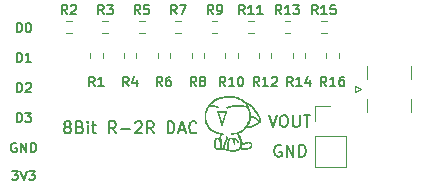
<source format=gbr>
%TF.GenerationSoftware,KiCad,Pcbnew,(5.1.10)-1*%
%TF.CreationDate,2021-08-13T02:35:10+08:00*%
%TF.ProjectId,Pmod-8bitDAC-R-2R,506d6f64-2d38-4626-9974-4441432d522d,rev?*%
%TF.SameCoordinates,Original*%
%TF.FileFunction,Legend,Top*%
%TF.FilePolarity,Positive*%
%FSLAX46Y46*%
G04 Gerber Fmt 4.6, Leading zero omitted, Abs format (unit mm)*
G04 Created by KiCad (PCBNEW (5.1.10)-1) date 2021-08-13 02:35:10*
%MOMM*%
%LPD*%
G01*
G04 APERTURE LIST*
%ADD10C,0.150000*%
%ADD11C,0.010000*%
%ADD12C,0.120000*%
G04 APERTURE END LIST*
D10*
X114211223Y-127823166D02*
X114706461Y-127823166D01*
X114439795Y-128089833D01*
X114554080Y-128089833D01*
X114630271Y-128123166D01*
X114668366Y-128156500D01*
X114706461Y-128223166D01*
X114706461Y-128389833D01*
X114668366Y-128456500D01*
X114630271Y-128489833D01*
X114554080Y-128523166D01*
X114325509Y-128523166D01*
X114249319Y-128489833D01*
X114211223Y-128456500D01*
X114935033Y-127823166D02*
X115201700Y-128523166D01*
X115468366Y-127823166D01*
X115658842Y-127823166D02*
X116154080Y-127823166D01*
X115887414Y-128089833D01*
X116001700Y-128089833D01*
X116077890Y-128123166D01*
X116115985Y-128156500D01*
X116154080Y-128223166D01*
X116154080Y-128389833D01*
X116115985Y-128456500D01*
X116077890Y-128489833D01*
X116001700Y-128523166D01*
X115773128Y-128523166D01*
X115696938Y-128489833D01*
X115658842Y-128456500D01*
X114592176Y-125431600D02*
X114515985Y-125393504D01*
X114401700Y-125393504D01*
X114287414Y-125431600D01*
X114211223Y-125507790D01*
X114173128Y-125583980D01*
X114135033Y-125736361D01*
X114135033Y-125850647D01*
X114173128Y-126003028D01*
X114211223Y-126079219D01*
X114287414Y-126155409D01*
X114401700Y-126193504D01*
X114477890Y-126193504D01*
X114592176Y-126155409D01*
X114630271Y-126117314D01*
X114630271Y-125850647D01*
X114477890Y-125850647D01*
X114973128Y-126193504D02*
X114973128Y-125393504D01*
X115430271Y-126193504D01*
X115430271Y-125393504D01*
X115811223Y-126193504D02*
X115811223Y-125393504D01*
X116001700Y-125393504D01*
X116115985Y-125431600D01*
X116192176Y-125507790D01*
X116230271Y-125583980D01*
X116268366Y-125736361D01*
X116268366Y-125850647D01*
X116230271Y-126003028D01*
X116192176Y-126079219D01*
X116115985Y-126155409D01*
X116001700Y-126193504D01*
X115811223Y-126193504D01*
X114611223Y-123653504D02*
X114611223Y-122853504D01*
X114801700Y-122853504D01*
X114915985Y-122891600D01*
X114992176Y-122967790D01*
X115030271Y-123043980D01*
X115068366Y-123196361D01*
X115068366Y-123310647D01*
X115030271Y-123463028D01*
X114992176Y-123539219D01*
X114915985Y-123615409D01*
X114801700Y-123653504D01*
X114611223Y-123653504D01*
X115335033Y-122853504D02*
X115830271Y-122853504D01*
X115563604Y-123158266D01*
X115677890Y-123158266D01*
X115754080Y-123196361D01*
X115792176Y-123234457D01*
X115830271Y-123310647D01*
X115830271Y-123501123D01*
X115792176Y-123577314D01*
X115754080Y-123615409D01*
X115677890Y-123653504D01*
X115449319Y-123653504D01*
X115373128Y-123615409D01*
X115335033Y-123577314D01*
X114611223Y-121113504D02*
X114611223Y-120313504D01*
X114801700Y-120313504D01*
X114915985Y-120351600D01*
X114992176Y-120427790D01*
X115030271Y-120503980D01*
X115068366Y-120656361D01*
X115068366Y-120770647D01*
X115030271Y-120923028D01*
X114992176Y-120999219D01*
X114915985Y-121075409D01*
X114801700Y-121113504D01*
X114611223Y-121113504D01*
X115373128Y-120389695D02*
X115411223Y-120351600D01*
X115487414Y-120313504D01*
X115677890Y-120313504D01*
X115754080Y-120351600D01*
X115792176Y-120389695D01*
X115830271Y-120465885D01*
X115830271Y-120542076D01*
X115792176Y-120656361D01*
X115335033Y-121113504D01*
X115830271Y-121113504D01*
X114611223Y-118573504D02*
X114611223Y-117773504D01*
X114801700Y-117773504D01*
X114915985Y-117811600D01*
X114992176Y-117887790D01*
X115030271Y-117963980D01*
X115068366Y-118116361D01*
X115068366Y-118230647D01*
X115030271Y-118383028D01*
X114992176Y-118459219D01*
X114915985Y-118535409D01*
X114801700Y-118573504D01*
X114611223Y-118573504D01*
X115830271Y-118573504D02*
X115373128Y-118573504D01*
X115601700Y-118573504D02*
X115601700Y-117773504D01*
X115525509Y-117887790D01*
X115449319Y-117963980D01*
X115373128Y-118002076D01*
X114611223Y-116033504D02*
X114611223Y-115233504D01*
X114801700Y-115233504D01*
X114915985Y-115271600D01*
X114992176Y-115347790D01*
X115030271Y-115423980D01*
X115068366Y-115576361D01*
X115068366Y-115690647D01*
X115030271Y-115843028D01*
X114992176Y-115919219D01*
X114915985Y-115995409D01*
X114801700Y-116033504D01*
X114611223Y-116033504D01*
X115563604Y-115233504D02*
X115639795Y-115233504D01*
X115715985Y-115271600D01*
X115754080Y-115309695D01*
X115792176Y-115385885D01*
X115830271Y-115538266D01*
X115830271Y-115728742D01*
X115792176Y-115881123D01*
X115754080Y-115957314D01*
X115715985Y-115995409D01*
X115639795Y-116033504D01*
X115563604Y-116033504D01*
X115487414Y-115995409D01*
X115449319Y-115957314D01*
X115411223Y-115881123D01*
X115373128Y-115728742D01*
X115373128Y-115538266D01*
X115411223Y-115385885D01*
X115449319Y-115309695D01*
X115487414Y-115271600D01*
X115563604Y-115233504D01*
X118839338Y-124023452D02*
X118744100Y-123975833D01*
X118696480Y-123928214D01*
X118648861Y-123832976D01*
X118648861Y-123785357D01*
X118696480Y-123690119D01*
X118744100Y-123642500D01*
X118839338Y-123594880D01*
X119029814Y-123594880D01*
X119125052Y-123642500D01*
X119172671Y-123690119D01*
X119220290Y-123785357D01*
X119220290Y-123832976D01*
X119172671Y-123928214D01*
X119125052Y-123975833D01*
X119029814Y-124023452D01*
X118839338Y-124023452D01*
X118744100Y-124071071D01*
X118696480Y-124118690D01*
X118648861Y-124213928D01*
X118648861Y-124404404D01*
X118696480Y-124499642D01*
X118744100Y-124547261D01*
X118839338Y-124594880D01*
X119029814Y-124594880D01*
X119125052Y-124547261D01*
X119172671Y-124499642D01*
X119220290Y-124404404D01*
X119220290Y-124213928D01*
X119172671Y-124118690D01*
X119125052Y-124071071D01*
X119029814Y-124023452D01*
X119982195Y-124071071D02*
X120125052Y-124118690D01*
X120172671Y-124166309D01*
X120220290Y-124261547D01*
X120220290Y-124404404D01*
X120172671Y-124499642D01*
X120125052Y-124547261D01*
X120029814Y-124594880D01*
X119648861Y-124594880D01*
X119648861Y-123594880D01*
X119982195Y-123594880D01*
X120077433Y-123642500D01*
X120125052Y-123690119D01*
X120172671Y-123785357D01*
X120172671Y-123880595D01*
X120125052Y-123975833D01*
X120077433Y-124023452D01*
X119982195Y-124071071D01*
X119648861Y-124071071D01*
X120648861Y-124594880D02*
X120648861Y-123928214D01*
X120648861Y-123594880D02*
X120601242Y-123642500D01*
X120648861Y-123690119D01*
X120696480Y-123642500D01*
X120648861Y-123594880D01*
X120648861Y-123690119D01*
X120982195Y-123928214D02*
X121363147Y-123928214D01*
X121125052Y-123594880D02*
X121125052Y-124452023D01*
X121172671Y-124547261D01*
X121267909Y-124594880D01*
X121363147Y-124594880D01*
X123029814Y-124594880D02*
X122696480Y-124118690D01*
X122458385Y-124594880D02*
X122458385Y-123594880D01*
X122839338Y-123594880D01*
X122934576Y-123642500D01*
X122982195Y-123690119D01*
X123029814Y-123785357D01*
X123029814Y-123928214D01*
X122982195Y-124023452D01*
X122934576Y-124071071D01*
X122839338Y-124118690D01*
X122458385Y-124118690D01*
X123458385Y-124213928D02*
X124220290Y-124213928D01*
X124648861Y-123690119D02*
X124696480Y-123642500D01*
X124791719Y-123594880D01*
X125029814Y-123594880D01*
X125125052Y-123642500D01*
X125172671Y-123690119D01*
X125220290Y-123785357D01*
X125220290Y-123880595D01*
X125172671Y-124023452D01*
X124601242Y-124594880D01*
X125220290Y-124594880D01*
X126220290Y-124594880D02*
X125886957Y-124118690D01*
X125648861Y-124594880D02*
X125648861Y-123594880D01*
X126029814Y-123594880D01*
X126125052Y-123642500D01*
X126172671Y-123690119D01*
X126220290Y-123785357D01*
X126220290Y-123928214D01*
X126172671Y-124023452D01*
X126125052Y-124071071D01*
X126029814Y-124118690D01*
X125648861Y-124118690D01*
X127410766Y-124594880D02*
X127410766Y-123594880D01*
X127648861Y-123594880D01*
X127791719Y-123642500D01*
X127886957Y-123737738D01*
X127934576Y-123832976D01*
X127982195Y-124023452D01*
X127982195Y-124166309D01*
X127934576Y-124356785D01*
X127886957Y-124452023D01*
X127791719Y-124547261D01*
X127648861Y-124594880D01*
X127410766Y-124594880D01*
X128363147Y-124309166D02*
X128839338Y-124309166D01*
X128267909Y-124594880D02*
X128601242Y-123594880D01*
X128934576Y-124594880D01*
X129839338Y-124499642D02*
X129791719Y-124547261D01*
X129648861Y-124594880D01*
X129553623Y-124594880D01*
X129410766Y-124547261D01*
X129315528Y-124452023D01*
X129267909Y-124356785D01*
X129220290Y-124166309D01*
X129220290Y-124023452D01*
X129267909Y-123832976D01*
X129315528Y-123737738D01*
X129410766Y-123642500D01*
X129553623Y-123594880D01*
X129648861Y-123594880D01*
X129791719Y-123642500D01*
X129839338Y-123690119D01*
X137007695Y-125623700D02*
X136912457Y-125576080D01*
X136769600Y-125576080D01*
X136626742Y-125623700D01*
X136531504Y-125718938D01*
X136483885Y-125814176D01*
X136436266Y-126004652D01*
X136436266Y-126147509D01*
X136483885Y-126337985D01*
X136531504Y-126433223D01*
X136626742Y-126528461D01*
X136769600Y-126576080D01*
X136864838Y-126576080D01*
X137007695Y-126528461D01*
X137055314Y-126480842D01*
X137055314Y-126147509D01*
X136864838Y-126147509D01*
X137483885Y-126576080D02*
X137483885Y-125576080D01*
X138055314Y-126576080D01*
X138055314Y-125576080D01*
X138531504Y-126576080D02*
X138531504Y-125576080D01*
X138769600Y-125576080D01*
X138912457Y-125623700D01*
X139007695Y-125718938D01*
X139055314Y-125814176D01*
X139102933Y-126004652D01*
X139102933Y-126147509D01*
X139055314Y-126337985D01*
X139007695Y-126433223D01*
X138912457Y-126528461D01*
X138769600Y-126576080D01*
X138531504Y-126576080D01*
X135956895Y-123048780D02*
X136290228Y-124048780D01*
X136623561Y-123048780D01*
X137147371Y-123048780D02*
X137337847Y-123048780D01*
X137433085Y-123096400D01*
X137528323Y-123191638D01*
X137575942Y-123382114D01*
X137575942Y-123715447D01*
X137528323Y-123905923D01*
X137433085Y-124001161D01*
X137337847Y-124048780D01*
X137147371Y-124048780D01*
X137052133Y-124001161D01*
X136956895Y-123905923D01*
X136909276Y-123715447D01*
X136909276Y-123382114D01*
X136956895Y-123191638D01*
X137052133Y-123096400D01*
X137147371Y-123048780D01*
X138004514Y-123048780D02*
X138004514Y-123858304D01*
X138052133Y-123953542D01*
X138099752Y-124001161D01*
X138194990Y-124048780D01*
X138385466Y-124048780D01*
X138480704Y-124001161D01*
X138528323Y-123953542D01*
X138575942Y-123858304D01*
X138575942Y-123048780D01*
X138909276Y-123048780D02*
X139480704Y-123048780D01*
X139194990Y-124048780D02*
X139194990Y-123048780D01*
D11*
%TO.C,G\u002A\u002A\u002A*%
G36*
X133263217Y-122195998D02*
G01*
X133433019Y-122200460D01*
X133594348Y-122210124D01*
X133742036Y-122224208D01*
X133870914Y-122241929D01*
X133975814Y-122262505D01*
X134051568Y-122285154D01*
X134093008Y-122309094D01*
X134099300Y-122322562D01*
X134092565Y-122343627D01*
X134067454Y-122349751D01*
X134016615Y-122340845D01*
X133945356Y-122320687D01*
X133891596Y-122309446D01*
X133804507Y-122297100D01*
X133693040Y-122284658D01*
X133566148Y-122273134D01*
X133447940Y-122264496D01*
X133307281Y-122255712D01*
X133199801Y-122250226D01*
X133116452Y-122248360D01*
X133048184Y-122250436D01*
X132985948Y-122256777D01*
X132920695Y-122267706D01*
X132843376Y-122283545D01*
X132829300Y-122286553D01*
X132725828Y-122310695D01*
X132627392Y-122337116D01*
X132547946Y-122361907D01*
X132514401Y-122374723D01*
X132444058Y-122403513D01*
X132403968Y-122413653D01*
X132386942Y-122406243D01*
X132384800Y-122394563D01*
X132404620Y-122368097D01*
X132460151Y-122336284D01*
X132545502Y-122301608D01*
X132654782Y-122266555D01*
X132746086Y-122242203D01*
X132836436Y-122221724D01*
X132919141Y-122207924D01*
X133006263Y-122199725D01*
X133109866Y-122196049D01*
X133242012Y-122195819D01*
X133263217Y-122195998D01*
G37*
X133263217Y-122195998D02*
X133433019Y-122200460D01*
X133594348Y-122210124D01*
X133742036Y-122224208D01*
X133870914Y-122241929D01*
X133975814Y-122262505D01*
X134051568Y-122285154D01*
X134093008Y-122309094D01*
X134099300Y-122322562D01*
X134092565Y-122343627D01*
X134067454Y-122349751D01*
X134016615Y-122340845D01*
X133945356Y-122320687D01*
X133891596Y-122309446D01*
X133804507Y-122297100D01*
X133693040Y-122284658D01*
X133566148Y-122273134D01*
X133447940Y-122264496D01*
X133307281Y-122255712D01*
X133199801Y-122250226D01*
X133116452Y-122248360D01*
X133048184Y-122250436D01*
X132985948Y-122256777D01*
X132920695Y-122267706D01*
X132843376Y-122283545D01*
X132829300Y-122286553D01*
X132725828Y-122310695D01*
X132627392Y-122337116D01*
X132547946Y-122361907D01*
X132514401Y-122374723D01*
X132444058Y-122403513D01*
X132403968Y-122413653D01*
X132386942Y-122406243D01*
X132384800Y-122394563D01*
X132404620Y-122368097D01*
X132460151Y-122336284D01*
X132545502Y-122301608D01*
X132654782Y-122266555D01*
X132746086Y-122242203D01*
X132836436Y-122221724D01*
X132919141Y-122207924D01*
X133006263Y-122199725D01*
X133109866Y-122196049D01*
X133242012Y-122195819D01*
X133263217Y-122195998D01*
G36*
X132048736Y-122688458D02*
G01*
X132164091Y-122690922D01*
X132255056Y-122695332D01*
X132315103Y-122701491D01*
X132335862Y-122707103D01*
X132343664Y-122726739D01*
X132338747Y-122771248D01*
X132320152Y-122845441D01*
X132286925Y-122954126D01*
X132286489Y-122955487D01*
X132215923Y-123175480D01*
X132157096Y-123358395D01*
X132108824Y-123507464D01*
X132069922Y-123625921D01*
X132039206Y-123716999D01*
X132015492Y-123783931D01*
X131997596Y-123829951D01*
X131984332Y-123858293D01*
X131974516Y-123872188D01*
X131966964Y-123874872D01*
X131960491Y-123869577D01*
X131954796Y-123860963D01*
X131936377Y-123819855D01*
X131909483Y-123744766D01*
X131876264Y-123642691D01*
X131838872Y-123520628D01*
X131799459Y-123385572D01*
X131760176Y-123244520D01*
X131728299Y-123124383D01*
X131704464Y-123047324D01*
X131670356Y-122954664D01*
X131640198Y-122882224D01*
X131606717Y-122798671D01*
X131601193Y-122763020D01*
X131670191Y-122763020D01*
X131670609Y-122787882D01*
X131684861Y-122838926D01*
X131702520Y-122886517D01*
X131723605Y-122944929D01*
X131752712Y-123034434D01*
X131786809Y-123145264D01*
X131822861Y-123267647D01*
X131844814Y-123344856D01*
X131883184Y-123481151D01*
X131912184Y-123581517D01*
X131933648Y-123650852D01*
X131949410Y-123694051D01*
X131961305Y-123716010D01*
X131971166Y-123721624D01*
X131980828Y-123715790D01*
X131982972Y-123713602D01*
X131994015Y-123689057D01*
X132015658Y-123630150D01*
X132045831Y-123542915D01*
X132082468Y-123433384D01*
X132123501Y-123307591D01*
X132143311Y-123245836D01*
X132197073Y-123073425D01*
X132235787Y-122940270D01*
X132259527Y-122846084D01*
X132268367Y-122790583D01*
X132265645Y-122774511D01*
X132238365Y-122767208D01*
X132178637Y-122761047D01*
X132096201Y-122756213D01*
X132000794Y-122752896D01*
X131902157Y-122751284D01*
X131810026Y-122751564D01*
X131734142Y-122753924D01*
X131684242Y-122758552D01*
X131670191Y-122763020D01*
X131601193Y-122763020D01*
X131598234Y-122743931D01*
X131618993Y-122711774D01*
X131673234Y-122695968D01*
X131765200Y-122690283D01*
X131770967Y-122690151D01*
X131915519Y-122688136D01*
X132048736Y-122688458D01*
G37*
X132048736Y-122688458D02*
X132164091Y-122690922D01*
X132255056Y-122695332D01*
X132315103Y-122701491D01*
X132335862Y-122707103D01*
X132343664Y-122726739D01*
X132338747Y-122771248D01*
X132320152Y-122845441D01*
X132286925Y-122954126D01*
X132286489Y-122955487D01*
X132215923Y-123175480D01*
X132157096Y-123358395D01*
X132108824Y-123507464D01*
X132069922Y-123625921D01*
X132039206Y-123716999D01*
X132015492Y-123783931D01*
X131997596Y-123829951D01*
X131984332Y-123858293D01*
X131974516Y-123872188D01*
X131966964Y-123874872D01*
X131960491Y-123869577D01*
X131954796Y-123860963D01*
X131936377Y-123819855D01*
X131909483Y-123744766D01*
X131876264Y-123642691D01*
X131838872Y-123520628D01*
X131799459Y-123385572D01*
X131760176Y-123244520D01*
X131728299Y-123124383D01*
X131704464Y-123047324D01*
X131670356Y-122954664D01*
X131640198Y-122882224D01*
X131606717Y-122798671D01*
X131601193Y-122763020D01*
X131670191Y-122763020D01*
X131670609Y-122787882D01*
X131684861Y-122838926D01*
X131702520Y-122886517D01*
X131723605Y-122944929D01*
X131752712Y-123034434D01*
X131786809Y-123145264D01*
X131822861Y-123267647D01*
X131844814Y-123344856D01*
X131883184Y-123481151D01*
X131912184Y-123581517D01*
X131933648Y-123650852D01*
X131949410Y-123694051D01*
X131961305Y-123716010D01*
X131971166Y-123721624D01*
X131980828Y-123715790D01*
X131982972Y-123713602D01*
X131994015Y-123689057D01*
X132015658Y-123630150D01*
X132045831Y-123542915D01*
X132082468Y-123433384D01*
X132123501Y-123307591D01*
X132143311Y-123245836D01*
X132197073Y-123073425D01*
X132235787Y-122940270D01*
X132259527Y-122846084D01*
X132268367Y-122790583D01*
X132265645Y-122774511D01*
X132238365Y-122767208D01*
X132178637Y-122761047D01*
X132096201Y-122756213D01*
X132000794Y-122752896D01*
X131902157Y-122751284D01*
X131810026Y-122751564D01*
X131734142Y-122753924D01*
X131684242Y-122758552D01*
X131670191Y-122763020D01*
X131601193Y-122763020D01*
X131598234Y-122743931D01*
X131618993Y-122711774D01*
X131673234Y-122695968D01*
X131765200Y-122690283D01*
X131770967Y-122690151D01*
X131915519Y-122688136D01*
X132048736Y-122688458D01*
G36*
X132605372Y-121446981D02*
G01*
X132755723Y-121451618D01*
X132899616Y-121460435D01*
X133024947Y-121473083D01*
X133108881Y-121486806D01*
X133184842Y-121509471D01*
X133286735Y-121548714D01*
X133404058Y-121599557D01*
X133526312Y-121657017D01*
X133642996Y-121716115D01*
X133743610Y-121771870D01*
X133817652Y-121819301D01*
X133830603Y-121829133D01*
X133904605Y-121879550D01*
X133987084Y-121923537D01*
X134017597Y-121936279D01*
X134156990Y-122004295D01*
X134306340Y-122107417D01*
X134460550Y-122241183D01*
X134614524Y-122401131D01*
X134763169Y-122582801D01*
X134776871Y-122601086D01*
X134930678Y-122820932D01*
X135050152Y-123021273D01*
X135136797Y-123205135D01*
X135192120Y-123375546D01*
X135211162Y-123474413D01*
X135216787Y-123526498D01*
X135211811Y-123563630D01*
X135190215Y-123598505D01*
X135145976Y-123643822D01*
X135118644Y-123669540D01*
X135016710Y-123748462D01*
X134882939Y-123827825D01*
X134727564Y-123903330D01*
X134560815Y-123970678D01*
X134392923Y-124025569D01*
X134234120Y-124063706D01*
X134150272Y-124076447D01*
X134085391Y-124085505D01*
X134036402Y-124099909D01*
X133990986Y-124126284D01*
X133936826Y-124171249D01*
X133885689Y-124218675D01*
X133811816Y-124285350D01*
X133737530Y-124347553D01*
X133676462Y-124393973D01*
X133665384Y-124401447D01*
X133590877Y-124446071D01*
X133509697Y-124488907D01*
X133433288Y-124524522D01*
X133373097Y-124547483D01*
X133345782Y-124553133D01*
X133320924Y-124561343D01*
X133322423Y-124588690D01*
X133351549Y-124639249D01*
X133388371Y-124689736D01*
X133443192Y-124777094D01*
X133499161Y-124892899D01*
X133550811Y-125023785D01*
X133592674Y-125156388D01*
X133611773Y-125235824D01*
X133635161Y-125320351D01*
X133664646Y-125369147D01*
X133681031Y-125381343D01*
X133733407Y-125393708D01*
X133810936Y-125394586D01*
X133898469Y-125385437D01*
X133980855Y-125367724D01*
X134035280Y-125347152D01*
X134093673Y-125328579D01*
X134174275Y-125317151D01*
X134223621Y-125315133D01*
X134298994Y-125317718D01*
X134348359Y-125329049D01*
X134387908Y-125354487D01*
X134412632Y-125377721D01*
X134462463Y-125451494D01*
X134490960Y-125542772D01*
X134493923Y-125633784D01*
X134483328Y-125676823D01*
X134430515Y-125756953D01*
X134340308Y-125825960D01*
X134216683Y-125881685D01*
X134063619Y-125921970D01*
X134016634Y-125930094D01*
X133892386Y-125943294D01*
X133785230Y-125938193D01*
X133674018Y-125912837D01*
X133612467Y-125892716D01*
X133517217Y-125859466D01*
X133449123Y-125923223D01*
X133388056Y-125972396D01*
X133323607Y-126012957D01*
X133311540Y-126018928D01*
X133250879Y-126036286D01*
X133158954Y-126050031D01*
X133046716Y-126059734D01*
X132925114Y-126064969D01*
X132805098Y-126065311D01*
X132697618Y-126060331D01*
X132613624Y-126049605D01*
X132600207Y-126046635D01*
X132532725Y-126026949D01*
X132481199Y-126006273D01*
X132463682Y-125995148D01*
X132430730Y-125982205D01*
X132370355Y-125973544D01*
X132315675Y-125971300D01*
X132239290Y-125966997D01*
X132174228Y-125955919D01*
X132145284Y-125945655D01*
X132099519Y-125933502D01*
X132014000Y-125926064D01*
X131887819Y-125923282D01*
X131798148Y-125923748D01*
X131497245Y-125927486D01*
X131424541Y-125858917D01*
X131368094Y-125792710D01*
X131332098Y-125715653D01*
X131314796Y-125619797D01*
X131314681Y-125580973D01*
X131372510Y-125580973D01*
X131388398Y-125697412D01*
X131425917Y-125780584D01*
X131487635Y-125833349D01*
X131576119Y-125858564D01*
X131693935Y-125859092D01*
X131756113Y-125852186D01*
X131853000Y-125838906D01*
X131844269Y-125741061D01*
X131839266Y-125675354D01*
X131833348Y-125583256D01*
X131827509Y-125480667D01*
X131825322Y-125438322D01*
X131813609Y-125298262D01*
X131793085Y-125193846D01*
X131761754Y-125118938D01*
X131717618Y-125067400D01*
X131700516Y-125054876D01*
X131625117Y-125021996D01*
X131791973Y-125021996D01*
X131793824Y-125051474D01*
X131808132Y-125086795D01*
X131831778Y-125124642D01*
X131848107Y-125133668D01*
X131850216Y-125130302D01*
X131847530Y-125093735D01*
X131835095Y-125062306D01*
X131807676Y-125023840D01*
X131791973Y-125021996D01*
X131625117Y-125021996D01*
X131619017Y-125019336D01*
X131546653Y-125023773D01*
X131484856Y-125066541D01*
X131435060Y-125145989D01*
X131398701Y-125260469D01*
X131377210Y-125408332D01*
X131375687Y-125428407D01*
X131372510Y-125580973D01*
X131314681Y-125580973D01*
X131314430Y-125497193D01*
X131322615Y-125397746D01*
X131347913Y-125235234D01*
X131386207Y-125111746D01*
X131438637Y-125025663D01*
X131506346Y-124975368D01*
X131590477Y-124959244D01*
X131630241Y-124962170D01*
X131721231Y-124974642D01*
X131809599Y-124827109D01*
X131850768Y-124756048D01*
X131881711Y-124698209D01*
X131897144Y-124663611D01*
X131897967Y-124659504D01*
X131890611Y-124647925D01*
X131865124Y-124634706D01*
X131816381Y-124618227D01*
X131739255Y-124596870D01*
X131628619Y-124569016D01*
X131554155Y-124550949D01*
X131385818Y-124499029D01*
X131215751Y-124426368D01*
X131060731Y-124340749D01*
X130978798Y-124284007D01*
X130880219Y-124190397D01*
X130783115Y-124065928D01*
X130694685Y-123921687D01*
X130622128Y-123768760D01*
X130593455Y-123690684D01*
X130568200Y-123609828D01*
X130551149Y-123541438D01*
X130540790Y-123473469D01*
X130535608Y-123393879D01*
X130534092Y-123290623D01*
X130534271Y-123219633D01*
X130536052Y-123124962D01*
X130575598Y-123124962D01*
X130576336Y-123357109D01*
X130617301Y-123586505D01*
X130696620Y-123805962D01*
X130801711Y-123992687D01*
X130881393Y-124100420D01*
X130965958Y-124191403D01*
X131061314Y-124269057D01*
X131173371Y-124336802D01*
X131308035Y-124398060D01*
X131471215Y-124456252D01*
X131668819Y-124514797D01*
X131734067Y-124532506D01*
X131881944Y-124573532D01*
X131989330Y-124606872D01*
X132057293Y-124632900D01*
X132086902Y-124651988D01*
X132088467Y-124656287D01*
X132074847Y-124675688D01*
X132029962Y-124673717D01*
X132027819Y-124673295D01*
X131990565Y-124670191D01*
X131961122Y-124683870D01*
X131928694Y-124721965D01*
X131901387Y-124762688D01*
X131854181Y-124838166D01*
X131829372Y-124890210D01*
X131825293Y-124930212D01*
X131840276Y-124969566D01*
X131865334Y-125008930D01*
X131886379Y-125041163D01*
X131900827Y-125070657D01*
X131909509Y-125105437D01*
X131913254Y-125153528D01*
X131912894Y-125222953D01*
X131909256Y-125321739D01*
X131905776Y-125400003D01*
X131900073Y-125542481D01*
X131898449Y-125648641D01*
X131902122Y-125724402D01*
X131912306Y-125775682D01*
X131930217Y-125808402D01*
X131957072Y-125828479D01*
X131994086Y-125841831D01*
X131996687Y-125842557D01*
X132061043Y-125855683D01*
X132092150Y-125847193D01*
X132094953Y-125813731D01*
X132085747Y-125782096D01*
X132076009Y-125718853D01*
X132095577Y-125660515D01*
X132113229Y-125619882D01*
X132141273Y-125547735D01*
X132176503Y-125452650D01*
X132215712Y-125343201D01*
X132236599Y-125283484D01*
X132282990Y-125145208D01*
X132314214Y-125040755D01*
X132331584Y-124964955D01*
X132336412Y-124912636D01*
X132334979Y-124896194D01*
X132330759Y-124848610D01*
X132342151Y-124831724D01*
X132359456Y-124832436D01*
X132386052Y-124856796D01*
X132400464Y-124908884D01*
X132401889Y-124975656D01*
X132389527Y-125044065D01*
X132374728Y-125081311D01*
X132355931Y-125124216D01*
X132327006Y-125198172D01*
X132291364Y-125294121D01*
X132252413Y-125403003D01*
X132236852Y-125447625D01*
X132197002Y-125563387D01*
X132169672Y-125646567D01*
X132153514Y-125704584D01*
X132147183Y-125744856D01*
X132149333Y-125774799D01*
X132158617Y-125801832D01*
X132168707Y-125823133D01*
X132191415Y-125864417D01*
X132216799Y-125887278D01*
X132257833Y-125898071D01*
X132327487Y-125903152D01*
X132332517Y-125903397D01*
X132460150Y-125909578D01*
X132462928Y-125632561D01*
X132469535Y-125439645D01*
X132485726Y-125284693D01*
X132512465Y-125164221D01*
X132550717Y-125074747D01*
X132601446Y-125012788D01*
X132642090Y-124985348D01*
X132729696Y-124962150D01*
X132817712Y-124978083D01*
X132886269Y-125022606D01*
X132922220Y-125052255D01*
X132947099Y-125053336D01*
X132973620Y-125032864D01*
X133022191Y-125002902D01*
X133073888Y-125003033D01*
X133134742Y-125035192D01*
X133210786Y-125101316D01*
X133222264Y-125112669D01*
X133277412Y-125171745D01*
X133318130Y-125222849D01*
X133336850Y-125256314D01*
X133337300Y-125259587D01*
X133327171Y-125297131D01*
X133302581Y-125299735D01*
X133272229Y-125267896D01*
X133265200Y-125255467D01*
X133225861Y-125198344D01*
X133170926Y-125140774D01*
X133111966Y-125092853D01*
X133060554Y-125064680D01*
X133042495Y-125061133D01*
X133002751Y-125075593D01*
X132990199Y-125119902D01*
X133004563Y-125195455D01*
X133011524Y-125217043D01*
X133027315Y-125281857D01*
X133035303Y-125352941D01*
X133035583Y-125418923D01*
X133028254Y-125468428D01*
X133013409Y-125490086D01*
X133009217Y-125490002D01*
X132996221Y-125467862D01*
X132986291Y-125416842D01*
X132983141Y-125378564D01*
X132966749Y-125278931D01*
X132930565Y-125184338D01*
X132880337Y-125103653D01*
X132821816Y-125045745D01*
X132760752Y-125019482D01*
X132749865Y-125018800D01*
X132686012Y-125029112D01*
X132636964Y-125064548D01*
X132595491Y-125131851D01*
X132574106Y-125182755D01*
X132555038Y-125238305D01*
X132541716Y-125294800D01*
X132533062Y-125361733D01*
X132527996Y-125448597D01*
X132525440Y-125564884D01*
X132524928Y-125615563D01*
X132524988Y-125749209D01*
X132527929Y-125845472D01*
X132534108Y-125909228D01*
X132543885Y-125945352D01*
X132549884Y-125954230D01*
X132583265Y-125969274D01*
X132644793Y-125983699D01*
X132720305Y-125995452D01*
X132795638Y-126002478D01*
X132856628Y-126002724D01*
X132871634Y-126000889D01*
X132906386Y-125996694D01*
X132971387Y-125990501D01*
X133054670Y-125983424D01*
X133085931Y-125980944D01*
X133218078Y-125964921D01*
X133316912Y-125937269D01*
X133390896Y-125893207D01*
X133448492Y-125827955D01*
X133475873Y-125779059D01*
X133552241Y-125779059D01*
X133556072Y-125809168D01*
X133586332Y-125830816D01*
X133649620Y-125852128D01*
X133670333Y-125858061D01*
X133768217Y-125874433D01*
X133889383Y-125878476D01*
X134016875Y-125871019D01*
X134133738Y-125852891D01*
X134206779Y-125831812D01*
X134281858Y-125797231D01*
X134353242Y-125755859D01*
X134369175Y-125744780D01*
X134415942Y-125702414D01*
X134435108Y-125655687D01*
X134437967Y-125608363D01*
X134421659Y-125509096D01*
X134376764Y-125429418D01*
X134309329Y-125376489D01*
X134226098Y-125357466D01*
X134185101Y-125364657D01*
X134120607Y-125383281D01*
X134063578Y-125403103D01*
X133949306Y-125442788D01*
X133862644Y-125464631D01*
X133793631Y-125470304D01*
X133732310Y-125461478D01*
X133725856Y-125459763D01*
X133673673Y-125449253D01*
X133641067Y-125449866D01*
X133638398Y-125451479D01*
X133628199Y-125478165D01*
X133616432Y-125531771D01*
X133611075Y-125564147D01*
X133595640Y-125641632D01*
X133575072Y-125714022D01*
X133568240Y-125732367D01*
X133552241Y-125779059D01*
X133475873Y-125779059D01*
X133490915Y-125752200D01*
X133547917Y-125585067D01*
X133565722Y-125405437D01*
X133544716Y-125215824D01*
X133485285Y-125018741D01*
X133387816Y-124816701D01*
X133333378Y-124727494D01*
X133284702Y-124660074D01*
X133238565Y-124609019D01*
X133203953Y-124584188D01*
X133202350Y-124583725D01*
X133160102Y-124582458D01*
X133091029Y-124589635D01*
X133009448Y-124603720D01*
X133002541Y-124605156D01*
X132903208Y-124625084D01*
X132838839Y-124634878D01*
X132803342Y-124634718D01*
X132790622Y-124624782D01*
X132792255Y-124611351D01*
X132808533Y-124595826D01*
X132849386Y-124581341D01*
X132919183Y-124567006D01*
X133022294Y-124551932D01*
X133163088Y-124535231D01*
X133170663Y-124534396D01*
X133351205Y-124494138D01*
X133529573Y-124415718D01*
X133701326Y-124303248D01*
X133862022Y-124160840D01*
X133988231Y-124014605D01*
X134078134Y-124014605D01*
X134097951Y-124023372D01*
X134155796Y-124019846D01*
X134249258Y-124004257D01*
X134304291Y-123992939D01*
X134473484Y-123947729D01*
X134643212Y-123886492D01*
X134802005Y-123814289D01*
X134938396Y-123736179D01*
X135017170Y-123678384D01*
X135097116Y-123611216D01*
X135048000Y-123538399D01*
X134984394Y-123462321D01*
X134900570Y-123386562D01*
X134809337Y-123320902D01*
X134723505Y-123275119D01*
X134686986Y-123262826D01*
X134606708Y-123241176D01*
X134520465Y-123215115D01*
X134501467Y-123208905D01*
X134432496Y-123186885D01*
X134394512Y-123181824D01*
X134378271Y-123197495D01*
X134374532Y-123237672D01*
X134374467Y-123260762D01*
X134365002Y-123338867D01*
X134339309Y-123442527D01*
X134301444Y-123560138D01*
X134255460Y-123680095D01*
X134205412Y-123790796D01*
X134160987Y-123871730D01*
X134120997Y-123937343D01*
X134091601Y-123987803D01*
X134078377Y-124013493D01*
X134078134Y-124014605D01*
X133988231Y-124014605D01*
X134007220Y-123992604D01*
X134132479Y-123802651D01*
X134233356Y-123595094D01*
X134259436Y-123526550D01*
X134286007Y-123447277D01*
X134303372Y-123379476D01*
X134313376Y-123309946D01*
X134317868Y-123225483D01*
X134318694Y-123112887D01*
X134318661Y-123103216D01*
X134310126Y-122906525D01*
X134283742Y-122731045D01*
X134235881Y-122561618D01*
X134162909Y-122383087D01*
X134129258Y-122312582D01*
X134015709Y-122120194D01*
X133938009Y-122027254D01*
X134030317Y-122027254D01*
X134043572Y-122056014D01*
X134078224Y-122112340D01*
X134084721Y-122122573D01*
X134200059Y-122338645D01*
X134292216Y-122587924D01*
X134361638Y-122871677D01*
X134375610Y-122948836D01*
X134391221Y-123023704D01*
X134408791Y-123082181D01*
X134424104Y-123111046D01*
X134455193Y-123125589D01*
X134515748Y-123146013D01*
X134594038Y-123168452D01*
X134614232Y-123173725D01*
X134762506Y-123222916D01*
X134884723Y-123291468D01*
X134995829Y-123388585D01*
X135038111Y-123434740D01*
X135095244Y-123497367D01*
X135131220Y-123528215D01*
X135150398Y-123529286D01*
X135157135Y-123502581D01*
X135157382Y-123489508D01*
X135141766Y-123379337D01*
X135098177Y-123246527D01*
X135029968Y-123096912D01*
X134940496Y-122936326D01*
X134833114Y-122770602D01*
X134711176Y-122605574D01*
X134578038Y-122447076D01*
X134524678Y-122389215D01*
X134428164Y-122293511D01*
X134326636Y-122203342D01*
X134228025Y-122124947D01*
X134140267Y-122064563D01*
X134071293Y-122028429D01*
X134061444Y-122024969D01*
X134036820Y-122019194D01*
X134030317Y-122027254D01*
X133938009Y-122027254D01*
X133880841Y-121958874D01*
X133727928Y-121832046D01*
X133601884Y-121760933D01*
X133518126Y-121721848D01*
X133438986Y-121683966D01*
X133381132Y-121655270D01*
X133379634Y-121654497D01*
X133253374Y-121603579D01*
X133095450Y-121562250D01*
X132915640Y-121531453D01*
X132723721Y-121512127D01*
X132529468Y-121505213D01*
X132342660Y-121511654D01*
X132173072Y-121532388D01*
X132151967Y-121536346D01*
X131931224Y-121583406D01*
X131745590Y-121632058D01*
X131587867Y-121685461D01*
X131450859Y-121746769D01*
X131327370Y-121819140D01*
X131210203Y-121905729D01*
X131109403Y-121993610D01*
X131038344Y-122061345D01*
X130981631Y-122119284D01*
X130944986Y-122161297D01*
X130934135Y-122181253D01*
X130934160Y-122181295D01*
X130958530Y-122190218D01*
X131014579Y-122199707D01*
X131091713Y-122208101D01*
X131119473Y-122210311D01*
X131215612Y-122221344D01*
X131319339Y-122239851D01*
X131421704Y-122263409D01*
X131513757Y-122289597D01*
X131586549Y-122315991D01*
X131631129Y-122340169D01*
X131640266Y-122351281D01*
X131639152Y-122365320D01*
X131620124Y-122370265D01*
X131577993Y-122365370D01*
X131507569Y-122349892D01*
X131403661Y-122323087D01*
X131358217Y-122310836D01*
X131252238Y-122287199D01*
X131136358Y-122269215D01*
X131035448Y-122260734D01*
X131034363Y-122260704D01*
X130952841Y-122259788D01*
X130901787Y-122264401D01*
X130869418Y-122277469D01*
X130843950Y-122301914D01*
X130837819Y-122309466D01*
X130767475Y-122420195D01*
X130703314Y-122563700D01*
X130648372Y-122730542D01*
X130605682Y-122911282D01*
X130578281Y-123096480D01*
X130575598Y-123124962D01*
X130536052Y-123124962D01*
X130536918Y-123078986D01*
X130544059Y-122967231D01*
X130557099Y-122871041D01*
X130577443Y-122777087D01*
X130583284Y-122754462D01*
X130606543Y-122671040D01*
X130627786Y-122602755D01*
X130643550Y-122560464D01*
X130647451Y-122553379D01*
X130665333Y-122519457D01*
X130686092Y-122466471D01*
X130687463Y-122462441D01*
X130723568Y-122385154D01*
X130784017Y-122288212D01*
X130862052Y-122180673D01*
X130950910Y-122071595D01*
X131043831Y-121970038D01*
X131086049Y-121928369D01*
X131229918Y-121810199D01*
X131396369Y-121709046D01*
X131589489Y-121623253D01*
X131813369Y-121551159D01*
X132072098Y-121491106D01*
X132236634Y-121461644D01*
X132333723Y-121451645D01*
X132460671Y-121446874D01*
X132605372Y-121446981D01*
G37*
X132605372Y-121446981D02*
X132755723Y-121451618D01*
X132899616Y-121460435D01*
X133024947Y-121473083D01*
X133108881Y-121486806D01*
X133184842Y-121509471D01*
X133286735Y-121548714D01*
X133404058Y-121599557D01*
X133526312Y-121657017D01*
X133642996Y-121716115D01*
X133743610Y-121771870D01*
X133817652Y-121819301D01*
X133830603Y-121829133D01*
X133904605Y-121879550D01*
X133987084Y-121923537D01*
X134017597Y-121936279D01*
X134156990Y-122004295D01*
X134306340Y-122107417D01*
X134460550Y-122241183D01*
X134614524Y-122401131D01*
X134763169Y-122582801D01*
X134776871Y-122601086D01*
X134930678Y-122820932D01*
X135050152Y-123021273D01*
X135136797Y-123205135D01*
X135192120Y-123375546D01*
X135211162Y-123474413D01*
X135216787Y-123526498D01*
X135211811Y-123563630D01*
X135190215Y-123598505D01*
X135145976Y-123643822D01*
X135118644Y-123669540D01*
X135016710Y-123748462D01*
X134882939Y-123827825D01*
X134727564Y-123903330D01*
X134560815Y-123970678D01*
X134392923Y-124025569D01*
X134234120Y-124063706D01*
X134150272Y-124076447D01*
X134085391Y-124085505D01*
X134036402Y-124099909D01*
X133990986Y-124126284D01*
X133936826Y-124171249D01*
X133885689Y-124218675D01*
X133811816Y-124285350D01*
X133737530Y-124347553D01*
X133676462Y-124393973D01*
X133665384Y-124401447D01*
X133590877Y-124446071D01*
X133509697Y-124488907D01*
X133433288Y-124524522D01*
X133373097Y-124547483D01*
X133345782Y-124553133D01*
X133320924Y-124561343D01*
X133322423Y-124588690D01*
X133351549Y-124639249D01*
X133388371Y-124689736D01*
X133443192Y-124777094D01*
X133499161Y-124892899D01*
X133550811Y-125023785D01*
X133592674Y-125156388D01*
X133611773Y-125235824D01*
X133635161Y-125320351D01*
X133664646Y-125369147D01*
X133681031Y-125381343D01*
X133733407Y-125393708D01*
X133810936Y-125394586D01*
X133898469Y-125385437D01*
X133980855Y-125367724D01*
X134035280Y-125347152D01*
X134093673Y-125328579D01*
X134174275Y-125317151D01*
X134223621Y-125315133D01*
X134298994Y-125317718D01*
X134348359Y-125329049D01*
X134387908Y-125354487D01*
X134412632Y-125377721D01*
X134462463Y-125451494D01*
X134490960Y-125542772D01*
X134493923Y-125633784D01*
X134483328Y-125676823D01*
X134430515Y-125756953D01*
X134340308Y-125825960D01*
X134216683Y-125881685D01*
X134063619Y-125921970D01*
X134016634Y-125930094D01*
X133892386Y-125943294D01*
X133785230Y-125938193D01*
X133674018Y-125912837D01*
X133612467Y-125892716D01*
X133517217Y-125859466D01*
X133449123Y-125923223D01*
X133388056Y-125972396D01*
X133323607Y-126012957D01*
X133311540Y-126018928D01*
X133250879Y-126036286D01*
X133158954Y-126050031D01*
X133046716Y-126059734D01*
X132925114Y-126064969D01*
X132805098Y-126065311D01*
X132697618Y-126060331D01*
X132613624Y-126049605D01*
X132600207Y-126046635D01*
X132532725Y-126026949D01*
X132481199Y-126006273D01*
X132463682Y-125995148D01*
X132430730Y-125982205D01*
X132370355Y-125973544D01*
X132315675Y-125971300D01*
X132239290Y-125966997D01*
X132174228Y-125955919D01*
X132145284Y-125945655D01*
X132099519Y-125933502D01*
X132014000Y-125926064D01*
X131887819Y-125923282D01*
X131798148Y-125923748D01*
X131497245Y-125927486D01*
X131424541Y-125858917D01*
X131368094Y-125792710D01*
X131332098Y-125715653D01*
X131314796Y-125619797D01*
X131314681Y-125580973D01*
X131372510Y-125580973D01*
X131388398Y-125697412D01*
X131425917Y-125780584D01*
X131487635Y-125833349D01*
X131576119Y-125858564D01*
X131693935Y-125859092D01*
X131756113Y-125852186D01*
X131853000Y-125838906D01*
X131844269Y-125741061D01*
X131839266Y-125675354D01*
X131833348Y-125583256D01*
X131827509Y-125480667D01*
X131825322Y-125438322D01*
X131813609Y-125298262D01*
X131793085Y-125193846D01*
X131761754Y-125118938D01*
X131717618Y-125067400D01*
X131700516Y-125054876D01*
X131625117Y-125021996D01*
X131791973Y-125021996D01*
X131793824Y-125051474D01*
X131808132Y-125086795D01*
X131831778Y-125124642D01*
X131848107Y-125133668D01*
X131850216Y-125130302D01*
X131847530Y-125093735D01*
X131835095Y-125062306D01*
X131807676Y-125023840D01*
X131791973Y-125021996D01*
X131625117Y-125021996D01*
X131619017Y-125019336D01*
X131546653Y-125023773D01*
X131484856Y-125066541D01*
X131435060Y-125145989D01*
X131398701Y-125260469D01*
X131377210Y-125408332D01*
X131375687Y-125428407D01*
X131372510Y-125580973D01*
X131314681Y-125580973D01*
X131314430Y-125497193D01*
X131322615Y-125397746D01*
X131347913Y-125235234D01*
X131386207Y-125111746D01*
X131438637Y-125025663D01*
X131506346Y-124975368D01*
X131590477Y-124959244D01*
X131630241Y-124962170D01*
X131721231Y-124974642D01*
X131809599Y-124827109D01*
X131850768Y-124756048D01*
X131881711Y-124698209D01*
X131897144Y-124663611D01*
X131897967Y-124659504D01*
X131890611Y-124647925D01*
X131865124Y-124634706D01*
X131816381Y-124618227D01*
X131739255Y-124596870D01*
X131628619Y-124569016D01*
X131554155Y-124550949D01*
X131385818Y-124499029D01*
X131215751Y-124426368D01*
X131060731Y-124340749D01*
X130978798Y-124284007D01*
X130880219Y-124190397D01*
X130783115Y-124065928D01*
X130694685Y-123921687D01*
X130622128Y-123768760D01*
X130593455Y-123690684D01*
X130568200Y-123609828D01*
X130551149Y-123541438D01*
X130540790Y-123473469D01*
X130535608Y-123393879D01*
X130534092Y-123290623D01*
X130534271Y-123219633D01*
X130536052Y-123124962D01*
X130575598Y-123124962D01*
X130576336Y-123357109D01*
X130617301Y-123586505D01*
X130696620Y-123805962D01*
X130801711Y-123992687D01*
X130881393Y-124100420D01*
X130965958Y-124191403D01*
X131061314Y-124269057D01*
X131173371Y-124336802D01*
X131308035Y-124398060D01*
X131471215Y-124456252D01*
X131668819Y-124514797D01*
X131734067Y-124532506D01*
X131881944Y-124573532D01*
X131989330Y-124606872D01*
X132057293Y-124632900D01*
X132086902Y-124651988D01*
X132088467Y-124656287D01*
X132074847Y-124675688D01*
X132029962Y-124673717D01*
X132027819Y-124673295D01*
X131990565Y-124670191D01*
X131961122Y-124683870D01*
X131928694Y-124721965D01*
X131901387Y-124762688D01*
X131854181Y-124838166D01*
X131829372Y-124890210D01*
X131825293Y-124930212D01*
X131840276Y-124969566D01*
X131865334Y-125008930D01*
X131886379Y-125041163D01*
X131900827Y-125070657D01*
X131909509Y-125105437D01*
X131913254Y-125153528D01*
X131912894Y-125222953D01*
X131909256Y-125321739D01*
X131905776Y-125400003D01*
X131900073Y-125542481D01*
X131898449Y-125648641D01*
X131902122Y-125724402D01*
X131912306Y-125775682D01*
X131930217Y-125808402D01*
X131957072Y-125828479D01*
X131994086Y-125841831D01*
X131996687Y-125842557D01*
X132061043Y-125855683D01*
X132092150Y-125847193D01*
X132094953Y-125813731D01*
X132085747Y-125782096D01*
X132076009Y-125718853D01*
X132095577Y-125660515D01*
X132113229Y-125619882D01*
X132141273Y-125547735D01*
X132176503Y-125452650D01*
X132215712Y-125343201D01*
X132236599Y-125283484D01*
X132282990Y-125145208D01*
X132314214Y-125040755D01*
X132331584Y-124964955D01*
X132336412Y-124912636D01*
X132334979Y-124896194D01*
X132330759Y-124848610D01*
X132342151Y-124831724D01*
X132359456Y-124832436D01*
X132386052Y-124856796D01*
X132400464Y-124908884D01*
X132401889Y-124975656D01*
X132389527Y-125044065D01*
X132374728Y-125081311D01*
X132355931Y-125124216D01*
X132327006Y-125198172D01*
X132291364Y-125294121D01*
X132252413Y-125403003D01*
X132236852Y-125447625D01*
X132197002Y-125563387D01*
X132169672Y-125646567D01*
X132153514Y-125704584D01*
X132147183Y-125744856D01*
X132149333Y-125774799D01*
X132158617Y-125801832D01*
X132168707Y-125823133D01*
X132191415Y-125864417D01*
X132216799Y-125887278D01*
X132257833Y-125898071D01*
X132327487Y-125903152D01*
X132332517Y-125903397D01*
X132460150Y-125909578D01*
X132462928Y-125632561D01*
X132469535Y-125439645D01*
X132485726Y-125284693D01*
X132512465Y-125164221D01*
X132550717Y-125074747D01*
X132601446Y-125012788D01*
X132642090Y-124985348D01*
X132729696Y-124962150D01*
X132817712Y-124978083D01*
X132886269Y-125022606D01*
X132922220Y-125052255D01*
X132947099Y-125053336D01*
X132973620Y-125032864D01*
X133022191Y-125002902D01*
X133073888Y-125003033D01*
X133134742Y-125035192D01*
X133210786Y-125101316D01*
X133222264Y-125112669D01*
X133277412Y-125171745D01*
X133318130Y-125222849D01*
X133336850Y-125256314D01*
X133337300Y-125259587D01*
X133327171Y-125297131D01*
X133302581Y-125299735D01*
X133272229Y-125267896D01*
X133265200Y-125255467D01*
X133225861Y-125198344D01*
X133170926Y-125140774D01*
X133111966Y-125092853D01*
X133060554Y-125064680D01*
X133042495Y-125061133D01*
X133002751Y-125075593D01*
X132990199Y-125119902D01*
X133004563Y-125195455D01*
X133011524Y-125217043D01*
X133027315Y-125281857D01*
X133035303Y-125352941D01*
X133035583Y-125418923D01*
X133028254Y-125468428D01*
X133013409Y-125490086D01*
X133009217Y-125490002D01*
X132996221Y-125467862D01*
X132986291Y-125416842D01*
X132983141Y-125378564D01*
X132966749Y-125278931D01*
X132930565Y-125184338D01*
X132880337Y-125103653D01*
X132821816Y-125045745D01*
X132760752Y-125019482D01*
X132749865Y-125018800D01*
X132686012Y-125029112D01*
X132636964Y-125064548D01*
X132595491Y-125131851D01*
X132574106Y-125182755D01*
X132555038Y-125238305D01*
X132541716Y-125294800D01*
X132533062Y-125361733D01*
X132527996Y-125448597D01*
X132525440Y-125564884D01*
X132524928Y-125615563D01*
X132524988Y-125749209D01*
X132527929Y-125845472D01*
X132534108Y-125909228D01*
X132543885Y-125945352D01*
X132549884Y-125954230D01*
X132583265Y-125969274D01*
X132644793Y-125983699D01*
X132720305Y-125995452D01*
X132795638Y-126002478D01*
X132856628Y-126002724D01*
X132871634Y-126000889D01*
X132906386Y-125996694D01*
X132971387Y-125990501D01*
X133054670Y-125983424D01*
X133085931Y-125980944D01*
X133218078Y-125964921D01*
X133316912Y-125937269D01*
X133390896Y-125893207D01*
X133448492Y-125827955D01*
X133475873Y-125779059D01*
X133552241Y-125779059D01*
X133556072Y-125809168D01*
X133586332Y-125830816D01*
X133649620Y-125852128D01*
X133670333Y-125858061D01*
X133768217Y-125874433D01*
X133889383Y-125878476D01*
X134016875Y-125871019D01*
X134133738Y-125852891D01*
X134206779Y-125831812D01*
X134281858Y-125797231D01*
X134353242Y-125755859D01*
X134369175Y-125744780D01*
X134415942Y-125702414D01*
X134435108Y-125655687D01*
X134437967Y-125608363D01*
X134421659Y-125509096D01*
X134376764Y-125429418D01*
X134309329Y-125376489D01*
X134226098Y-125357466D01*
X134185101Y-125364657D01*
X134120607Y-125383281D01*
X134063578Y-125403103D01*
X133949306Y-125442788D01*
X133862644Y-125464631D01*
X133793631Y-125470304D01*
X133732310Y-125461478D01*
X133725856Y-125459763D01*
X133673673Y-125449253D01*
X133641067Y-125449866D01*
X133638398Y-125451479D01*
X133628199Y-125478165D01*
X133616432Y-125531771D01*
X133611075Y-125564147D01*
X133595640Y-125641632D01*
X133575072Y-125714022D01*
X133568240Y-125732367D01*
X133552241Y-125779059D01*
X133475873Y-125779059D01*
X133490915Y-125752200D01*
X133547917Y-125585067D01*
X133565722Y-125405437D01*
X133544716Y-125215824D01*
X133485285Y-125018741D01*
X133387816Y-124816701D01*
X133333378Y-124727494D01*
X133284702Y-124660074D01*
X133238565Y-124609019D01*
X133203953Y-124584188D01*
X133202350Y-124583725D01*
X133160102Y-124582458D01*
X133091029Y-124589635D01*
X133009448Y-124603720D01*
X133002541Y-124605156D01*
X132903208Y-124625084D01*
X132838839Y-124634878D01*
X132803342Y-124634718D01*
X132790622Y-124624782D01*
X132792255Y-124611351D01*
X132808533Y-124595826D01*
X132849386Y-124581341D01*
X132919183Y-124567006D01*
X133022294Y-124551932D01*
X133163088Y-124535231D01*
X133170663Y-124534396D01*
X133351205Y-124494138D01*
X133529573Y-124415718D01*
X133701326Y-124303248D01*
X133862022Y-124160840D01*
X133988231Y-124014605D01*
X134078134Y-124014605D01*
X134097951Y-124023372D01*
X134155796Y-124019846D01*
X134249258Y-124004257D01*
X134304291Y-123992939D01*
X134473484Y-123947729D01*
X134643212Y-123886492D01*
X134802005Y-123814289D01*
X134938396Y-123736179D01*
X135017170Y-123678384D01*
X135097116Y-123611216D01*
X135048000Y-123538399D01*
X134984394Y-123462321D01*
X134900570Y-123386562D01*
X134809337Y-123320902D01*
X134723505Y-123275119D01*
X134686986Y-123262826D01*
X134606708Y-123241176D01*
X134520465Y-123215115D01*
X134501467Y-123208905D01*
X134432496Y-123186885D01*
X134394512Y-123181824D01*
X134378271Y-123197495D01*
X134374532Y-123237672D01*
X134374467Y-123260762D01*
X134365002Y-123338867D01*
X134339309Y-123442527D01*
X134301444Y-123560138D01*
X134255460Y-123680095D01*
X134205412Y-123790796D01*
X134160987Y-123871730D01*
X134120997Y-123937343D01*
X134091601Y-123987803D01*
X134078377Y-124013493D01*
X134078134Y-124014605D01*
X133988231Y-124014605D01*
X134007220Y-123992604D01*
X134132479Y-123802651D01*
X134233356Y-123595094D01*
X134259436Y-123526550D01*
X134286007Y-123447277D01*
X134303372Y-123379476D01*
X134313376Y-123309946D01*
X134317868Y-123225483D01*
X134318694Y-123112887D01*
X134318661Y-123103216D01*
X134310126Y-122906525D01*
X134283742Y-122731045D01*
X134235881Y-122561618D01*
X134162909Y-122383087D01*
X134129258Y-122312582D01*
X134015709Y-122120194D01*
X133938009Y-122027254D01*
X134030317Y-122027254D01*
X134043572Y-122056014D01*
X134078224Y-122112340D01*
X134084721Y-122122573D01*
X134200059Y-122338645D01*
X134292216Y-122587924D01*
X134361638Y-122871677D01*
X134375610Y-122948836D01*
X134391221Y-123023704D01*
X134408791Y-123082181D01*
X134424104Y-123111046D01*
X134455193Y-123125589D01*
X134515748Y-123146013D01*
X134594038Y-123168452D01*
X134614232Y-123173725D01*
X134762506Y-123222916D01*
X134884723Y-123291468D01*
X134995829Y-123388585D01*
X135038111Y-123434740D01*
X135095244Y-123497367D01*
X135131220Y-123528215D01*
X135150398Y-123529286D01*
X135157135Y-123502581D01*
X135157382Y-123489508D01*
X135141766Y-123379337D01*
X135098177Y-123246527D01*
X135029968Y-123096912D01*
X134940496Y-122936326D01*
X134833114Y-122770602D01*
X134711176Y-122605574D01*
X134578038Y-122447076D01*
X134524678Y-122389215D01*
X134428164Y-122293511D01*
X134326636Y-122203342D01*
X134228025Y-122124947D01*
X134140267Y-122064563D01*
X134071293Y-122028429D01*
X134061444Y-122024969D01*
X134036820Y-122019194D01*
X134030317Y-122027254D01*
X133938009Y-122027254D01*
X133880841Y-121958874D01*
X133727928Y-121832046D01*
X133601884Y-121760933D01*
X133518126Y-121721848D01*
X133438986Y-121683966D01*
X133381132Y-121655270D01*
X133379634Y-121654497D01*
X133253374Y-121603579D01*
X133095450Y-121562250D01*
X132915640Y-121531453D01*
X132723721Y-121512127D01*
X132529468Y-121505213D01*
X132342660Y-121511654D01*
X132173072Y-121532388D01*
X132151967Y-121536346D01*
X131931224Y-121583406D01*
X131745590Y-121632058D01*
X131587867Y-121685461D01*
X131450859Y-121746769D01*
X131327370Y-121819140D01*
X131210203Y-121905729D01*
X131109403Y-121993610D01*
X131038344Y-122061345D01*
X130981631Y-122119284D01*
X130944986Y-122161297D01*
X130934135Y-122181253D01*
X130934160Y-122181295D01*
X130958530Y-122190218D01*
X131014579Y-122199707D01*
X131091713Y-122208101D01*
X131119473Y-122210311D01*
X131215612Y-122221344D01*
X131319339Y-122239851D01*
X131421704Y-122263409D01*
X131513757Y-122289597D01*
X131586549Y-122315991D01*
X131631129Y-122340169D01*
X131640266Y-122351281D01*
X131639152Y-122365320D01*
X131620124Y-122370265D01*
X131577993Y-122365370D01*
X131507569Y-122349892D01*
X131403661Y-122323087D01*
X131358217Y-122310836D01*
X131252238Y-122287199D01*
X131136358Y-122269215D01*
X131035448Y-122260734D01*
X131034363Y-122260704D01*
X130952841Y-122259788D01*
X130901787Y-122264401D01*
X130869418Y-122277469D01*
X130843950Y-122301914D01*
X130837819Y-122309466D01*
X130767475Y-122420195D01*
X130703314Y-122563700D01*
X130648372Y-122730542D01*
X130605682Y-122911282D01*
X130578281Y-123096480D01*
X130575598Y-123124962D01*
X130536052Y-123124962D01*
X130536918Y-123078986D01*
X130544059Y-122967231D01*
X130557099Y-122871041D01*
X130577443Y-122777087D01*
X130583284Y-122754462D01*
X130606543Y-122671040D01*
X130627786Y-122602755D01*
X130643550Y-122560464D01*
X130647451Y-122553379D01*
X130665333Y-122519457D01*
X130686092Y-122466471D01*
X130687463Y-122462441D01*
X130723568Y-122385154D01*
X130784017Y-122288212D01*
X130862052Y-122180673D01*
X130950910Y-122071595D01*
X131043831Y-121970038D01*
X131086049Y-121928369D01*
X131229918Y-121810199D01*
X131396369Y-121709046D01*
X131589489Y-121623253D01*
X131813369Y-121551159D01*
X132072098Y-121491106D01*
X132236634Y-121461644D01*
X132333723Y-121451645D01*
X132460671Y-121446874D01*
X132605372Y-121446981D01*
D12*
%TO.C,J2*%
X144301900Y-119987800D02*
X144301900Y-118877800D01*
X144301900Y-122777800D02*
X144301900Y-121667800D01*
X148011900Y-119987800D02*
X148011900Y-118877800D01*
X148011900Y-122777800D02*
X148011900Y-121667800D01*
X143751900Y-120827800D02*
X143251900Y-120577800D01*
X143251900Y-120577800D02*
X143251900Y-121077800D01*
X143251900Y-121077800D02*
X143751900Y-120827800D01*
%TO.C,R16*%
X141896900Y-118258358D02*
X141896900Y-117783842D01*
X140851900Y-118258358D02*
X140851900Y-117783842D01*
%TO.C,R15*%
X140387142Y-116117900D02*
X140861658Y-116117900D01*
X140387142Y-115072900D02*
X140861658Y-115072900D01*
%TO.C,R14*%
X139039752Y-118258358D02*
X139039752Y-117783842D01*
X137994752Y-118258358D02*
X137994752Y-117783842D01*
%TO.C,R13*%
X137303807Y-116117900D02*
X137778323Y-116117900D01*
X137303807Y-115072900D02*
X137778323Y-115072900D01*
%TO.C,R12*%
X136182610Y-118258358D02*
X136182610Y-117783842D01*
X135137610Y-118258358D02*
X135137610Y-117783842D01*
%TO.C,R11*%
X134220474Y-116117900D02*
X134694990Y-116117900D01*
X134220474Y-115072900D02*
X134694990Y-115072900D01*
%TO.C,R10*%
X133325468Y-118258358D02*
X133325468Y-117783842D01*
X132280468Y-118258358D02*
X132280468Y-117783842D01*
%TO.C,R9*%
X131137141Y-116117900D02*
X131611657Y-116117900D01*
X131137141Y-115072900D02*
X131611657Y-115072900D01*
%TO.C,R8*%
X130468326Y-118258358D02*
X130468326Y-117783842D01*
X129423326Y-118258358D02*
X129423326Y-117783842D01*
%TO.C,R7*%
X128053808Y-116117900D02*
X128528324Y-116117900D01*
X128053808Y-115072900D02*
X128528324Y-115072900D01*
%TO.C,R6*%
X127611184Y-118258358D02*
X127611184Y-117783842D01*
X126566184Y-118258358D02*
X126566184Y-117783842D01*
%TO.C,R5*%
X124970475Y-116117900D02*
X125444991Y-116117900D01*
X124970475Y-115072900D02*
X125444991Y-115072900D01*
%TO.C,R4*%
X124754042Y-118258358D02*
X124754042Y-117783842D01*
X123709042Y-118258358D02*
X123709042Y-117783842D01*
%TO.C,R3*%
X121887142Y-116117900D02*
X122361658Y-116117900D01*
X121887142Y-115072900D02*
X122361658Y-115072900D01*
%TO.C,R2*%
X119274358Y-115072900D02*
X118799842Y-115072900D01*
X119274358Y-116117900D02*
X118799842Y-116117900D01*
%TO.C,R1*%
X121896900Y-118258358D02*
X121896900Y-117783842D01*
X120851900Y-118258358D02*
X120851900Y-117783842D01*
%TO.C,J1*%
X139855900Y-122253700D02*
X141185900Y-122253700D01*
X139855900Y-123583700D02*
X139855900Y-122253700D01*
X139855900Y-124853700D02*
X142515900Y-124853700D01*
X142515900Y-124853700D02*
X142515900Y-127453700D01*
X139855900Y-124853700D02*
X139855900Y-127453700D01*
X139855900Y-127453700D02*
X142515900Y-127453700D01*
%TO.C,R16*%
D10*
X140849414Y-120605504D02*
X140582747Y-120224552D01*
X140392271Y-120605504D02*
X140392271Y-119805504D01*
X140697033Y-119805504D01*
X140773223Y-119843600D01*
X140811319Y-119881695D01*
X140849414Y-119957885D01*
X140849414Y-120072171D01*
X140811319Y-120148361D01*
X140773223Y-120186457D01*
X140697033Y-120224552D01*
X140392271Y-120224552D01*
X141611319Y-120605504D02*
X141154176Y-120605504D01*
X141382747Y-120605504D02*
X141382747Y-119805504D01*
X141306557Y-119919790D01*
X141230366Y-119995980D01*
X141154176Y-120034076D01*
X142297033Y-119805504D02*
X142144652Y-119805504D01*
X142068461Y-119843600D01*
X142030366Y-119881695D01*
X141954176Y-119995980D01*
X141916080Y-120148361D01*
X141916080Y-120453123D01*
X141954176Y-120529314D01*
X141992271Y-120567409D01*
X142068461Y-120605504D01*
X142220842Y-120605504D01*
X142297033Y-120567409D01*
X142335128Y-120529314D01*
X142373223Y-120453123D01*
X142373223Y-120262647D01*
X142335128Y-120186457D01*
X142297033Y-120148361D01*
X142220842Y-120110266D01*
X142068461Y-120110266D01*
X141992271Y-120148361D01*
X141954176Y-120186457D01*
X141916080Y-120262647D01*
%TO.C,R15*%
X140110114Y-114527304D02*
X139843447Y-114146352D01*
X139652971Y-114527304D02*
X139652971Y-113727304D01*
X139957733Y-113727304D01*
X140033923Y-113765400D01*
X140072019Y-113803495D01*
X140110114Y-113879685D01*
X140110114Y-113993971D01*
X140072019Y-114070161D01*
X140033923Y-114108257D01*
X139957733Y-114146352D01*
X139652971Y-114146352D01*
X140872019Y-114527304D02*
X140414876Y-114527304D01*
X140643447Y-114527304D02*
X140643447Y-113727304D01*
X140567257Y-113841590D01*
X140491066Y-113917780D01*
X140414876Y-113955876D01*
X141595828Y-113727304D02*
X141214876Y-113727304D01*
X141176780Y-114108257D01*
X141214876Y-114070161D01*
X141291066Y-114032066D01*
X141481542Y-114032066D01*
X141557733Y-114070161D01*
X141595828Y-114108257D01*
X141633923Y-114184447D01*
X141633923Y-114374923D01*
X141595828Y-114451114D01*
X141557733Y-114489209D01*
X141481542Y-114527304D01*
X141291066Y-114527304D01*
X141214876Y-114489209D01*
X141176780Y-114451114D01*
%TO.C,R14*%
X137996146Y-120605504D02*
X137729479Y-120224552D01*
X137539003Y-120605504D02*
X137539003Y-119805504D01*
X137843765Y-119805504D01*
X137919955Y-119843600D01*
X137958051Y-119881695D01*
X137996146Y-119957885D01*
X137996146Y-120072171D01*
X137958051Y-120148361D01*
X137919955Y-120186457D01*
X137843765Y-120224552D01*
X137539003Y-120224552D01*
X138758051Y-120605504D02*
X138300908Y-120605504D01*
X138529479Y-120605504D02*
X138529479Y-119805504D01*
X138453289Y-119919790D01*
X138377098Y-119995980D01*
X138300908Y-120034076D01*
X139443765Y-120072171D02*
X139443765Y-120605504D01*
X139253289Y-119767409D02*
X139062812Y-120338838D01*
X139558051Y-120338838D01*
%TO.C,R13*%
X137026779Y-114527304D02*
X136760112Y-114146352D01*
X136569636Y-114527304D02*
X136569636Y-113727304D01*
X136874398Y-113727304D01*
X136950588Y-113765400D01*
X136988684Y-113803495D01*
X137026779Y-113879685D01*
X137026779Y-113993971D01*
X136988684Y-114070161D01*
X136950588Y-114108257D01*
X136874398Y-114146352D01*
X136569636Y-114146352D01*
X137788684Y-114527304D02*
X137331541Y-114527304D01*
X137560112Y-114527304D02*
X137560112Y-113727304D01*
X137483922Y-113841590D01*
X137407731Y-113917780D01*
X137331541Y-113955876D01*
X138055350Y-113727304D02*
X138550588Y-113727304D01*
X138283922Y-114032066D01*
X138398207Y-114032066D01*
X138474398Y-114070161D01*
X138512493Y-114108257D01*
X138550588Y-114184447D01*
X138550588Y-114374923D01*
X138512493Y-114451114D01*
X138474398Y-114489209D01*
X138398207Y-114527304D01*
X138169636Y-114527304D01*
X138093445Y-114489209D01*
X138055350Y-114451114D01*
%TO.C,R12*%
X135142880Y-120605504D02*
X134876213Y-120224552D01*
X134685737Y-120605504D02*
X134685737Y-119805504D01*
X134990499Y-119805504D01*
X135066689Y-119843600D01*
X135104785Y-119881695D01*
X135142880Y-119957885D01*
X135142880Y-120072171D01*
X135104785Y-120148361D01*
X135066689Y-120186457D01*
X134990499Y-120224552D01*
X134685737Y-120224552D01*
X135904785Y-120605504D02*
X135447642Y-120605504D01*
X135676213Y-120605504D02*
X135676213Y-119805504D01*
X135600023Y-119919790D01*
X135523832Y-119995980D01*
X135447642Y-120034076D01*
X136209546Y-119881695D02*
X136247642Y-119843600D01*
X136323832Y-119805504D01*
X136514308Y-119805504D01*
X136590499Y-119843600D01*
X136628594Y-119881695D01*
X136666689Y-119957885D01*
X136666689Y-120034076D01*
X136628594Y-120148361D01*
X136171451Y-120605504D01*
X136666689Y-120605504D01*
%TO.C,R11*%
X133943446Y-114527304D02*
X133676779Y-114146352D01*
X133486303Y-114527304D02*
X133486303Y-113727304D01*
X133791065Y-113727304D01*
X133867255Y-113765400D01*
X133905351Y-113803495D01*
X133943446Y-113879685D01*
X133943446Y-113993971D01*
X133905351Y-114070161D01*
X133867255Y-114108257D01*
X133791065Y-114146352D01*
X133486303Y-114146352D01*
X134705351Y-114527304D02*
X134248208Y-114527304D01*
X134476779Y-114527304D02*
X134476779Y-113727304D01*
X134400589Y-113841590D01*
X134324398Y-113917780D01*
X134248208Y-113955876D01*
X135467255Y-114527304D02*
X135010112Y-114527304D01*
X135238684Y-114527304D02*
X135238684Y-113727304D01*
X135162493Y-113841590D01*
X135086303Y-113917780D01*
X135010112Y-113955876D01*
%TO.C,R10*%
X132289614Y-120605504D02*
X132022947Y-120224552D01*
X131832471Y-120605504D02*
X131832471Y-119805504D01*
X132137233Y-119805504D01*
X132213423Y-119843600D01*
X132251519Y-119881695D01*
X132289614Y-119957885D01*
X132289614Y-120072171D01*
X132251519Y-120148361D01*
X132213423Y-120186457D01*
X132137233Y-120224552D01*
X131832471Y-120224552D01*
X133051519Y-120605504D02*
X132594376Y-120605504D01*
X132822947Y-120605504D02*
X132822947Y-119805504D01*
X132746757Y-119919790D01*
X132670566Y-119995980D01*
X132594376Y-120034076D01*
X133546757Y-119805504D02*
X133622947Y-119805504D01*
X133699138Y-119843600D01*
X133737233Y-119881695D01*
X133775328Y-119957885D01*
X133813423Y-120110266D01*
X133813423Y-120300742D01*
X133775328Y-120453123D01*
X133737233Y-120529314D01*
X133699138Y-120567409D01*
X133622947Y-120605504D01*
X133546757Y-120605504D01*
X133470566Y-120567409D01*
X133432471Y-120529314D01*
X133394376Y-120453123D01*
X133356280Y-120300742D01*
X133356280Y-120110266D01*
X133394376Y-119957885D01*
X133432471Y-119881695D01*
X133470566Y-119843600D01*
X133546757Y-119805504D01*
%TO.C,R9*%
X131241065Y-114527304D02*
X130974399Y-114146352D01*
X130783922Y-114527304D02*
X130783922Y-113727304D01*
X131088684Y-113727304D01*
X131164875Y-113765400D01*
X131202970Y-113803495D01*
X131241065Y-113879685D01*
X131241065Y-113993971D01*
X131202970Y-114070161D01*
X131164875Y-114108257D01*
X131088684Y-114146352D01*
X130783922Y-114146352D01*
X131622018Y-114527304D02*
X131774399Y-114527304D01*
X131850589Y-114489209D01*
X131888684Y-114451114D01*
X131964875Y-114336828D01*
X132002970Y-114184447D01*
X132002970Y-113879685D01*
X131964875Y-113803495D01*
X131926779Y-113765400D01*
X131850589Y-113727304D01*
X131698208Y-113727304D01*
X131622018Y-113765400D01*
X131583922Y-113803495D01*
X131545827Y-113879685D01*
X131545827Y-114070161D01*
X131583922Y-114146352D01*
X131622018Y-114184447D01*
X131698208Y-114222542D01*
X131850589Y-114222542D01*
X131926779Y-114184447D01*
X131964875Y-114146352D01*
X132002970Y-114070161D01*
%TO.C,R8*%
X129800366Y-120605504D02*
X129533700Y-120224552D01*
X129343223Y-120605504D02*
X129343223Y-119805504D01*
X129647985Y-119805504D01*
X129724176Y-119843600D01*
X129762271Y-119881695D01*
X129800366Y-119957885D01*
X129800366Y-120072171D01*
X129762271Y-120148361D01*
X129724176Y-120186457D01*
X129647985Y-120224552D01*
X129343223Y-120224552D01*
X130257509Y-120148361D02*
X130181319Y-120110266D01*
X130143223Y-120072171D01*
X130105128Y-119995980D01*
X130105128Y-119957885D01*
X130143223Y-119881695D01*
X130181319Y-119843600D01*
X130257509Y-119805504D01*
X130409890Y-119805504D01*
X130486080Y-119843600D01*
X130524176Y-119881695D01*
X130562271Y-119957885D01*
X130562271Y-119995980D01*
X130524176Y-120072171D01*
X130486080Y-120110266D01*
X130409890Y-120148361D01*
X130257509Y-120148361D01*
X130181319Y-120186457D01*
X130143223Y-120224552D01*
X130105128Y-120300742D01*
X130105128Y-120453123D01*
X130143223Y-120529314D01*
X130181319Y-120567409D01*
X130257509Y-120605504D01*
X130409890Y-120605504D01*
X130486080Y-120567409D01*
X130524176Y-120529314D01*
X130562271Y-120453123D01*
X130562271Y-120300742D01*
X130524176Y-120224552D01*
X130486080Y-120186457D01*
X130409890Y-120148361D01*
%TO.C,R7*%
X128157732Y-114527304D02*
X127891066Y-114146352D01*
X127700589Y-114527304D02*
X127700589Y-113727304D01*
X128005351Y-113727304D01*
X128081542Y-113765400D01*
X128119637Y-113803495D01*
X128157732Y-113879685D01*
X128157732Y-113993971D01*
X128119637Y-114070161D01*
X128081542Y-114108257D01*
X128005351Y-114146352D01*
X127700589Y-114146352D01*
X128424399Y-113727304D02*
X128957732Y-113727304D01*
X128614875Y-114527304D01*
%TO.C,R6*%
X126947098Y-120605504D02*
X126680432Y-120224552D01*
X126489955Y-120605504D02*
X126489955Y-119805504D01*
X126794717Y-119805504D01*
X126870908Y-119843600D01*
X126909003Y-119881695D01*
X126947098Y-119957885D01*
X126947098Y-120072171D01*
X126909003Y-120148361D01*
X126870908Y-120186457D01*
X126794717Y-120224552D01*
X126489955Y-120224552D01*
X127632812Y-119805504D02*
X127480432Y-119805504D01*
X127404241Y-119843600D01*
X127366146Y-119881695D01*
X127289955Y-119995980D01*
X127251860Y-120148361D01*
X127251860Y-120453123D01*
X127289955Y-120529314D01*
X127328051Y-120567409D01*
X127404241Y-120605504D01*
X127556622Y-120605504D01*
X127632812Y-120567409D01*
X127670908Y-120529314D01*
X127709003Y-120453123D01*
X127709003Y-120262647D01*
X127670908Y-120186457D01*
X127632812Y-120148361D01*
X127556622Y-120110266D01*
X127404241Y-120110266D01*
X127328051Y-120148361D01*
X127289955Y-120186457D01*
X127251860Y-120262647D01*
%TO.C,R5*%
X125074399Y-114527304D02*
X124807733Y-114146352D01*
X124617256Y-114527304D02*
X124617256Y-113727304D01*
X124922018Y-113727304D01*
X124998209Y-113765400D01*
X125036304Y-113803495D01*
X125074399Y-113879685D01*
X125074399Y-113993971D01*
X125036304Y-114070161D01*
X124998209Y-114108257D01*
X124922018Y-114146352D01*
X124617256Y-114146352D01*
X125798209Y-113727304D02*
X125417256Y-113727304D01*
X125379161Y-114108257D01*
X125417256Y-114070161D01*
X125493447Y-114032066D01*
X125683923Y-114032066D01*
X125760113Y-114070161D01*
X125798209Y-114108257D01*
X125836304Y-114184447D01*
X125836304Y-114374923D01*
X125798209Y-114451114D01*
X125760113Y-114489209D01*
X125683923Y-114527304D01*
X125493447Y-114527304D01*
X125417256Y-114489209D01*
X125379161Y-114451114D01*
%TO.C,R4*%
X124093832Y-120605504D02*
X123827166Y-120224552D01*
X123636689Y-120605504D02*
X123636689Y-119805504D01*
X123941451Y-119805504D01*
X124017642Y-119843600D01*
X124055737Y-119881695D01*
X124093832Y-119957885D01*
X124093832Y-120072171D01*
X124055737Y-120148361D01*
X124017642Y-120186457D01*
X123941451Y-120224552D01*
X123636689Y-120224552D01*
X124779546Y-120072171D02*
X124779546Y-120605504D01*
X124589070Y-119767409D02*
X124398594Y-120338838D01*
X124893832Y-120338838D01*
%TO.C,R3*%
X121991066Y-114527304D02*
X121724400Y-114146352D01*
X121533923Y-114527304D02*
X121533923Y-113727304D01*
X121838685Y-113727304D01*
X121914876Y-113765400D01*
X121952971Y-113803495D01*
X121991066Y-113879685D01*
X121991066Y-113993971D01*
X121952971Y-114070161D01*
X121914876Y-114108257D01*
X121838685Y-114146352D01*
X121533923Y-114146352D01*
X122257733Y-113727304D02*
X122752971Y-113727304D01*
X122486304Y-114032066D01*
X122600590Y-114032066D01*
X122676780Y-114070161D01*
X122714876Y-114108257D01*
X122752971Y-114184447D01*
X122752971Y-114374923D01*
X122714876Y-114451114D01*
X122676780Y-114489209D01*
X122600590Y-114527304D01*
X122372019Y-114527304D01*
X122295828Y-114489209D01*
X122257733Y-114451114D01*
%TO.C,R2*%
X118903766Y-114509504D02*
X118637100Y-114128552D01*
X118446623Y-114509504D02*
X118446623Y-113709504D01*
X118751385Y-113709504D01*
X118827576Y-113747600D01*
X118865671Y-113785695D01*
X118903766Y-113861885D01*
X118903766Y-113976171D01*
X118865671Y-114052361D01*
X118827576Y-114090457D01*
X118751385Y-114128552D01*
X118446623Y-114128552D01*
X119208528Y-113785695D02*
X119246623Y-113747600D01*
X119322814Y-113709504D01*
X119513290Y-113709504D01*
X119589480Y-113747600D01*
X119627576Y-113785695D01*
X119665671Y-113861885D01*
X119665671Y-113938076D01*
X119627576Y-114052361D01*
X119170433Y-114509504D01*
X119665671Y-114509504D01*
%TO.C,R1*%
X121240566Y-120605504D02*
X120973900Y-120224552D01*
X120783423Y-120605504D02*
X120783423Y-119805504D01*
X121088185Y-119805504D01*
X121164376Y-119843600D01*
X121202471Y-119881695D01*
X121240566Y-119957885D01*
X121240566Y-120072171D01*
X121202471Y-120148361D01*
X121164376Y-120186457D01*
X121088185Y-120224552D01*
X120783423Y-120224552D01*
X122002471Y-120605504D02*
X121545328Y-120605504D01*
X121773900Y-120605504D02*
X121773900Y-119805504D01*
X121697709Y-119919790D01*
X121621519Y-119995980D01*
X121545328Y-120034076D01*
%TD*%
M02*

</source>
